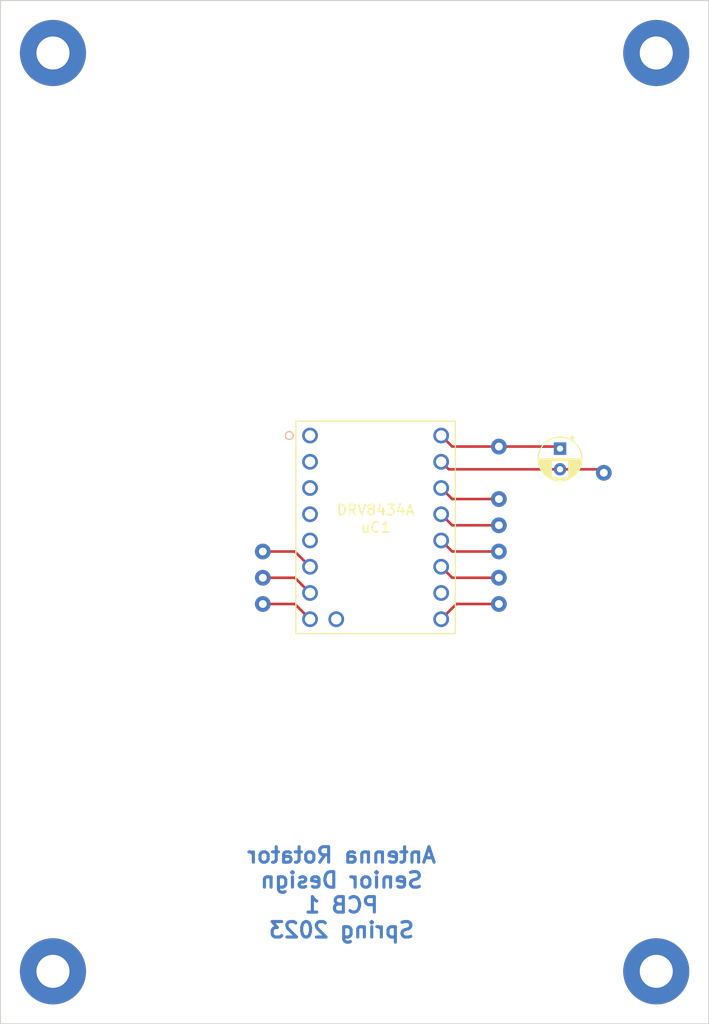
<source format=kicad_pcb>
(kicad_pcb (version 20211014) (generator pcbnew)
  (layers (0 "F.Cu" signal) (31 "B.Cu" signal) (34 "B.Paste" user) (35 "F.Paste" user) (36 "B.SilkS" user "B.Silkscreen") (37 "F.SilkS" user "F.Silkscreen") (38 "B.Mask" user) (39 "F.Mask" user) (44 "Edge.Cuts" user))
  (net 0 "")
  (net 6 "Net-(SLEEP1-Pad1)")
  (net 7 "Net-(STEP1-Pad1)")
  (net 8 "Net-(DIR1-Pad1)")
  (net 10 "Net-(GND_B1-Pad1)")
  (net 12 "Net-(A1-Pad1)")
  (net 13 "Net-(A2-Pad1)")
  (net 14 "Net-(B2-Pad1)")
  (net 15 "Net-(B1-Pad1)")
  (net 16 "Net-(C1-Pad2)")
  (net 17 "Net-(VMOT1-Pad1)")
  (footprint "" (layer "F.Cu") (at 149.86 104.14)
    (fp_text reference "" (at 0 0) (layer "F.SilkS") (effects (font (size 1.27 1.27))))
    (fp_text value "" (at 0 0) (layer "F.SilkS") (effects (font (size 1.27 1.27))))
    (pad "1" thru_hole circle (at 0 0) (size 1.524 1.524) (drill 0.762) (layers *.Cu *.Mask) (net 7 "Net-(STEP1-Pad1)"))
  )
  (footprint "Capacitor_THT:CP_Radial_D4.0mm_P2.00mm" (layer "F.Cu") (at 178.64 91.64 -90)
    (fp_text reference "REF**" hide)
    (fp_text value "100u")
    (fp_line (start 2.081 0.84) (end 2.081 1.785) (layer "F.SilkS") (width 0.12))
    (fp_line (start 1.24 0.84) (end 1.24 2.067) (layer "F.SilkS") (width 0.12))
    (fp_line (start 2.441 0.84) (end 2.441 1.516) (layer "F.SilkS") (width 0.12))
    (fp_line (start 2.601 0.84) (end 2.601 1.351) (layer "F.SilkS") (width 0.12))
    (fp_line (start 2.321 0.84) (end 2.321 1.619) (layer "F.SilkS") (width 0.12))
    (fp_line (start 1.08 -2.079) (end 1.08 2.079) (layer "F.SilkS") (width 0.12))
    (fp_line (start 2.481 -1.478) (end 2.481 -0.84) (layer "F.SilkS") (width 0.12))
    (fp_line (start 1.921 0.84) (end 1.921 1.87) (layer "F.SilkS") (width 0.12))
    (fp_line (start 2.561 -1.396) (end 2.561 -0.84) (layer "F.SilkS") (width 0.12))
    (fp_line (start 2.161 0.84) (end 2.161 1.735) (layer "F.SilkS") (width 0.12))
    (fp_line (start 1.721 0.84) (end 1.721 1.954) (layer "F.SilkS") (width 0.12))
    (fp_line (start 2.401 -1.552) (end 2.401 -0.84) (layer "F.SilkS") (width 0.12))
    (fp_line (start 1 -2.08) (end 1 2.08) (layer "F.SilkS") (width 0.12))
    (fp_line (start 2.961 -0.768) (end 2.961 0.768) (layer "F.SilkS") (width 0.12))
    (fp_line (start 1.64 -1.982) (end 1.64 -0.84) (layer "F.SilkS") (width 0.12))
    (fp_line (start 2.681 0.84) (end 2.681 1.254) (layer "F.SilkS") (width 0.12))
    (fp_line (start 1.04 -2.08) (end 1.04 2.08) (layer "F.SilkS") (width 0.12))
    (fp_line (start 2.401 0.84) (end 2.401 1.552) (layer "F.SilkS") (width 0.12))
    (fp_line (start 2.721 -1.2) (end 2.721 -0.84) (layer "F.SilkS") (width 0.12))
    (fp_line (start 1.721 -1.954) (end 1.721 -0.84) (layer "F.SilkS") (width 0.12))
    (fp_line (start 1.48 0.84) (end 1.48 2.025) (layer "F.SilkS") (width 0.12))
    (fp_line (start 1.36 0.84) (end 1.36 2.05) (layer "F.SilkS") (width 0.12))
    (fp_line (start 2.441 -1.516) (end 2.441 -0.84) (layer "F.SilkS") (width 0.12))
    (fp_line (start 1.52 0.84) (end 1.52 2.016) (layer "F.SilkS") (width 0.12))
    (fp_line (start 1.961 -1.851) (end 1.961 -0.84) (layer "F.SilkS") (width 0.12))
    (fp_line (start 1.28 -2.062) (end 1.28 -0.84) (layer "F.SilkS") (width 0.12))
    (fp_line (start 2.761 -1.142) (end 2.761 -0.84) (layer "F.SilkS") (width 0.12))
    (fp_line (start 2.241 -1.68) (end 2.241 -0.84) (layer "F.SilkS") (width 0.12))
    (fp_line (start -1.269801 -1.195) (end -0.869801 -1.195) (layer "F.SilkS") (width 0.12))
    (fp_line (start 1.56 -2.005) (end 1.56 -0.84) (layer "F.SilkS") (width 0.12))
    (fp_line (start 2.201 0.84) (end 2.201 1.708) (layer "F.SilkS") (width 0.12))
    (fp_line (start 2.841 -1.013) (end 2.841 1.013) (layer "F.SilkS") (width 0.12))
    (fp_line (start 2.721 0.84) (end 2.721 1.2) (layer "F.SilkS") (width 0.12))
    (fp_line (start 1.4 0.84) (end 1.4 2.042) (layer "F.SilkS") (width 0.12))
    (fp_line (start 1.2 -2.071) (end 1.2 -0.84) (layer "F.SilkS") (width 0.12))
    (fp_line (start 1.44 -2.034) (end 1.44 -0.84) (layer "F.SilkS") (width 0.12))
    (fp_line (start 1.6 0.84) (end 1.6 1.994) (layer "F.SilkS") (width 0.12))
    (fp_line (start 2.641 0.84) (end 2.641 1.304) (layer "F.SilkS") (width 0.12))
    (fp_line (start 2.081 -1.785) (end 2.081 -0.84) (layer "F.SilkS") (width 0.12))
    (fp_line (start 1.2 0.84) (end 1.2 2.071) (layer "F.SilkS") (width 0.12))
    (fp_line (start 3.041 -0.537) (end 3.041 0.537) (layer "F.SilkS") (width 0.12))
    (fp_line (start 2.521 -1.438) (end 2.521 -0.84) (layer "F.SilkS") (width 0.12))
    (fp_line (start 2.881 -0.94) (end 2.881 0.94) (layer "F.SilkS") (width 0.12))
    (fp_line (start 1.44 0.84) (end 1.44 2.034) (layer "F.SilkS") (width 0.12))
    (fp_line (start 1.4 -2.042) (end 1.4 -0.84) (layer "F.SilkS") (width 0.12))
    (fp_line (start 2.121 -1.76) (end 2.121 -0.84) (layer "F.SilkS") (width 0.12))
    (fp_line (start 1.881 -1.889) (end 1.881 -0.84) (layer "F.SilkS") (width 0.12))
    (fp_line (start 2.521 0.84) (end 2.521 1.438) (layer "F.SilkS") (width 0.12))
    (fp_line (start 2.001 0.84) (end 2.001 1.83) (layer "F.SilkS") (width 0.12))
    (fp_line (start 1.921 -1.87) (end 1.921 -0.84) (layer "F.SilkS") (width 0.12))
    (fp_line (start 2.201 -1.708) (end 2.201 -0.84) (layer "F.SilkS") (width 0.12))
    (fp_line (start 2.321 -1.619) (end 2.321 -0.84) (layer "F.SilkS") (width 0.12))
    (fp_line (start 1.801 -1.924) (end 1.801 -0.84) (layer "F.SilkS") (width 0.12))
    (fp_line (start 1.28 0.84) (end 1.28 2.062) (layer "F.SilkS") (width 0.12))
    (fp_line (start 1.32 0.84) (end 1.32 2.056) (layer "F.SilkS") (width 0.12))
    (fp_line (start 2.921 -0.859) (end 2.921 0.859) (layer "F.SilkS") (width 0.12))
    (fp_line (start 3.081 -0.37) (end 3.081 0.37) (layer "F.SilkS") (width 0.12))
    (fp_line (start 2.281 -1.65) (end 2.281 -0.84) (layer "F.SilkS") (width 0.12))
    (fp_line (start 2.361 -1.587) (end 2.361 -0.84) (layer "F.SilkS") (width 0.12))
    (fp_line (start 2.361 0.84) (end 2.361 1.587) (layer "F.SilkS") (width 0.12))
    (fp_line (start 2.041 0.84) (end 2.041 1.808) (layer "F.SilkS") (width 0.12))
    (fp_line (start 2.801 -1.08) (end 2.801 -0.84) (layer "F.SilkS") (width 0.12))
    (fp_line (start 1.36 -2.05) (end 1.36 -0.84) (layer "F.SilkS") (width 0.12))
    (fp_line (start 2.681 -1.254) (end 2.681 -0.84) (layer "F.SilkS") (width 0.12))
    (fp_line (start -1.069801 -1.395) (end -1.069801 -0.995) (layer "F.SilkS") (width 0.12))
    (fp_line (start 2.601 -1.351) (end 2.601 -0.84) (layer "F.SilkS") (width 0.12))
    (fp_line (start 1.68 0.84) (end 1.68 1.968) (layer "F.SilkS") (width 0.12))
    (fp_line (start 2.161 -1.735) (end 2.161 -0.84) (layer "F.SilkS") (width 0.12))
    (fp_line (start 2.001 -1.83) (end 2.001 -0.84) (layer "F.SilkS") (width 0.12))
    (fp_line (start 1.801 0.84) (end 1.801 1.924) (layer "F.SilkS") (width 0.12))
    (fp_line (start 2.761 0.84) (end 2.761 1.142) (layer "F.SilkS") (width 0.12))
    (fp_line (start 2.041 -1.808) (end 2.041 -0.84) (layer "F.SilkS") (width 0.12))
    (fp_line (start 1.6 -1.994) (end 1.6 -0.84) (layer "F.SilkS") (width 0.12))
    (fp_line (start 1.841 0.84) (end 1.841 1.907) (layer "F.SilkS") (width 0.12))
    (fp_line (start 1.16 -2.074) (end 1.16 2.074) (layer "F.SilkS") (width 0.12))
    (fp_line (start 1.48 -2.025) (end 1.48 -0.84) (layer "F.SilkS") (width 0.12))
    (fp_line (start 1.761 -1.94) (end 1.761 -0.84) (layer "F.SilkS") (width 0.12))
    (fp_line (start 2.641 -1.304) (end 2.641 -0.84) (layer "F.SilkS") (width 0.12))
    (fp_line (start 3.001 -0.664) (end 3.001 0.664) (layer "F.SilkS") (width 0.12))
    (fp_line (start 2.481 0.84) (end 2.481 1.478) (layer "F.SilkS") (width 0.12))
    (fp_line (start 1.56 0.84) (end 1.56 2.005) (layer "F.SilkS") (width 0.12))
    (fp_line (start 1.32 -2.056) (end 1.32 -0.84) (layer "F.SilkS") (width 0.12))
    (fp_line (start 1.841 -1.907) (end 1.841 -0.84) (layer "F.SilkS") (width 0.12))
    (fp_line (start 2.281 0.84) (end 2.281 1.65) (layer "F.SilkS") (width 0.12))
    (fp_line (start 2.561 0.84) (end 2.561 1.396) (layer "F.SilkS") (width 0.12))
    (fp_line (start 1.68 -1.968) (end 1.68 -0.84) (layer "F.SilkS") (width 0.12))
    (fp_line (start 1.961 0.84) (end 1.961 1.851) (layer "F.SilkS") (width 0.12))
    (fp_line (start 1.12 -2.077) (end 1.12 2.077) (layer "F.SilkS") (width 0.12))
    (fp_line (start 1.24 -2.067) (end 1.24 -0.84) (layer "F.SilkS") (width 0.12))
    (fp_line (start 2.241 0.84) (end 2.241 1.68) (layer "F.SilkS") (width 0.12))
    (fp_line (start 2.801 0.84) (end 2.801 1.08) (layer "F.SilkS") (width 0.12))
    (fp_line (start 1.881 0.84) (end 1.881 1.889) (layer "F.SilkS") (width 0.12))
    (fp_line (start 1.52 -2.016) (end 1.52 -0.84) (layer "F.SilkS") (width 0.12))
    (fp_line (start 1.761 0.84) (end 1.761 1.94) (layer "F.SilkS") (width 0.12))
    (fp_line (start 1.64 0.84) (end 1.64 1.982) (layer "F.SilkS") (width 0.12))
    (fp_line (start 2.121 0.84) (end 2.121 1.76) (layer "F.SilkS") (width 0.12))
    (fp_circle (center 1 0) (end 3.12 0) (layer "F.SilkS") (width 0.12) (fill none))
    (pad "1" thru_hole rect (at 0 0 270) (size 1.2 1.2) (drill 0.6) (layers *.Cu *.Mask) (net 17 "Net-(VMOT1-Pad1)"))
    (pad "2" thru_hole circle (at 2 0 270) (size 1.2 1.2) (drill 0.6) (layers *.Cu *.Mask) (net 16 "Net-(C1-Pad2)"))
  )
  (footprint "Senior_Design:DRV8434A STEPPER MOTOR DRIVER CARRIER" (layer "F.Cu") (at 154.432 90.373)
    (fp_text reference "uC1" (at 6.35 8.89) (layer "F.SilkS"))
    (fp_text value "DRV8434A" (at 6.35 7.214) (layer "F.SilkS"))
    (fp_circle (center -2.0066 0) (end -1.6256 0) (layer "B.SilkS") (width 0.12) (fill none))
    (fp_line (start 14.0716 -1.3843) (end -1.3716 -1.3843) (layer "F.SilkS") (width 0.12))
    (fp_line (start -1.3716 -1.3843) (end -1.3716 19.1643) (layer "F.SilkS") (width 0.12))
    (fp_line (start -1.3716 19.1643) (end 14.0716 19.1643) (layer "F.SilkS") (width 0.12))
    (fp_line (start 14.0716 19.1643) (end 14.0716 -1.3843) (layer "F.SilkS") (width 0.12))
    (fp_circle (center -2.0066 0) (end -1.6256 0) (layer "F.SilkS") (width 0.12) (fill none))
    (pad "1" thru_hole circle (at 0 0) (size 1.524 1.524) (drill 1.016) (layers *.Cu *.Mask))
    (pad "2" thru_hole circle (at 0 2.54) (size 1.524 1.524) (drill 1.016) (layers *.Cu *.Mask))
    (pad "3" thru_hole circle (at 0 5.08) (size 1.524 1.524) (drill 1.016) (layers *.Cu *.Mask))
    (pad "4" thru_hole circle (at 0 7.62) (size 1.524 1.524) (drill 1.016) (layers *.Cu *.Mask))
    (pad "5" thru_hole circle (at 0 10.16) (size 1.524 1.524) (drill 1.016) (layers *.Cu *.Mask))
    (pad "6" thru_hole circle (at 0 12.7) (size 1.524 1.524) (drill 1.016) (layers *.Cu *.Mask) (net 6 "Net-(SLEEP1-Pad1)"))
    (pad "7" thru_hole circle (at 0 15.24) (size 1.524 1.524) (drill 1.016) (layers *.Cu *.Mask) (net 7 "Net-(STEP1-Pad1)"))
    (pad "8" thru_hole circle (at 0 17.78) (size 1.524 1.524) (drill 1.016) (layers *.Cu *.Mask) (net 8 "Net-(DIR1-Pad1)"))
    (pad "9" thru_hole circle (at 2.54 17.78) (size 1.524 1.524) (drill 1.016) (layers *.Cu *.Mask))
    (pad "10" thru_hole circle (at 12.7 17.78) (size 1.524 1.524) (drill 1.016) (layers *.Cu *.Mask) (net 10 "Net-(GND_B1-Pad1)"))
    (pad "11" thru_hole circle (at 12.7 15.24) (size 1.524 1.524) (drill 1.016) (layers *.Cu *.Mask))
    (pad "12" thru_hole circle (at 12.7 12.7) (size 1.524 1.524) (drill 1.016) (layers *.Cu *.Mask) (net 12 "Net-(A1-Pad1)"))
    (pad "13" thru_hole circle (at 12.7 10.16) (size 1.524 1.524) (drill 1.016) (layers *.Cu *.Mask) (net 13 "Net-(A2-Pad1)"))
    (pad "14" thru_hole circle (at 12.7 7.62) (size 1.524 1.524) (drill 1.016) (layers *.Cu *.Mask) (net 14 "Net-(B2-Pad1)"))
    (pad "15" thru_hole circle (at 12.7 5.08) (size 1.524 1.524) (drill 1.016) (layers *.Cu *.Mask) (net 15 "Net-(B1-Pad1)"))
    (pad "16" thru_hole circle (at 12.7 2.54) (size 1.524 1.524) (drill 1.016) (layers *.Cu *.Mask) (net 16 "Net-(C1-Pad2)"))
    (pad "17" thru_hole circle (at 12.7 0) (size 1.524 1.524) (drill 1.016) (layers *.Cu *.Mask) (net 17 "Net-(VMOT1-Pad1)"))
  )
  (footprint "" (layer "F.Cu") (at 172.72 96.52)
    (fp_text reference "" (at 0 0) (layer "F.SilkS") (effects (font (size 1.27 1.27))))
    (fp_text value "" (at 0 0) (layer "F.SilkS") (effects (font (size 1.27 1.27))))
    (pad "1" thru_hole circle (at 0 0) (size 1.524 1.524) (drill 0.762) (layers *.Cu *.Mask) (net 15 "Net-(B1-Pad1)"))
  )
  (footprint "" (layer "F.Cu") (at 172.72 99.06)
    (fp_text reference "" (at 0 0) (layer "F.SilkS") (effects (font (size 1.27 1.27))))
    (fp_text value "" (at 0 0) (layer "F.SilkS") (effects (font (size 1.27 1.27))))
    (pad "1" thru_hole circle (at 0 0) (size 1.524 1.524) (drill 0.762) (layers *.Cu *.Mask) (net 14 "Net-(B2-Pad1)"))
  )
  (footprint "MountingHole:MountingHole_3.2mm_M3_Pad" (layer "F.Cu") (at 187.96 142.24)
    (fp_text reference "REF**" hide)
    (fp_text value "MountingHole_3.2mm_M3_Pad" hide)
    (pad "1" thru_hole circle (at 0 0) (size 6.4 6.4) (drill 3.2) (layers F&B.Cu *.Mask))
  )
  (footprint "" (layer "F.Cu") (at 172.72 101.6)
    (fp_text reference "" (at 0 0) (layer "F.SilkS") (effects (font (size 1.27 1.27))))
    (fp_text value "" (at 0 0) (layer "F.SilkS") (effects (font (size 1.27 1.27))))
    (pad "1" thru_hole circle (at 0 0) (size 1.524 1.524) (drill 0.762) (layers *.Cu *.Mask) (net 13 "Net-(A2-Pad1)"))
  )
  (footprint "" (layer "F.Cu") (at 149.86 101.6)
    (fp_text reference "" (at 0 0) (layer "F.SilkS") (effects (font (size 1.27 1.27))))
    (fp_text value "" (at 0 0) (layer "F.SilkS") (effects (font (size 1.27 1.27))))
    (pad "1" thru_hole circle (at 0 0) (size 1.524 1.524) (drill 0.762) (layers *.Cu *.Mask) (net 6 "Net-(SLEEP1-Pad1)"))
  )
  (footprint "" (layer "F.Cu") (at 172.72 106.68)
    (fp_text reference "" (at 0 0) (layer "F.SilkS") (effects (font (size 1.27 1.27))))
    (fp_text value "" (at 0 0) (layer "F.SilkS") (effects (font (size 1.27 1.27))))
    (pad "1" thru_hole circle (at 0 0) (size 1.524 1.524) (drill 0.762) (layers *.Cu *.Mask) (net 10 "Net-(GND_B1-Pad1)"))
  )
  (footprint "" (layer "F.Cu") (at 172.72 104.14)
    (fp_text reference "" (at 0 0) (layer "F.SilkS") (effects (font (size 1.27 1.27))))
    (fp_text value "" (at 0 0) (layer "F.SilkS") (effects (font (size 1.27 1.27))))
    (pad "1" thru_hole circle (at 0 0) (size 1.524 1.524) (drill 0.762) (layers *.Cu *.Mask) (net 12 "Net-(A1-Pad1)"))
  )
  (footprint "" (layer "F.Cu") (at 182.88 93.98)
    (fp_text reference "" (at 0 0) (layer "F.SilkS") (effects (font (size 1.27 1.27))))
    (fp_text value "" (at 0 0) (layer "F.SilkS") (effects (font (size 1.27 1.27))))
    (pad "1" thru_hole circle (at 0 0) (size 1.524 1.524) (drill 0.762) (layers *.Cu *.Mask) (net 16 "Net-(C1-Pad2)"))
  )
  (footprint "" (layer "F.Cu") (at 172.72 91.44)
    (fp_text reference "" (at 0 0) (layer "F.SilkS") (effects (font (size 1.27 1.27))))
    (fp_text value "" (at 0 0) (layer "F.SilkS") (effects (font (size 1.27 1.27))))
    (pad "1" thru_hole circle (at 0 0) (size 1.524 1.524) (drill 0.762) (layers *.Cu *.Mask) (net 17 "Net-(VMOT1-Pad1)"))
  )
  (footprint "MountingHole:MountingHole_3.2mm_M3_Pad" (layer "F.Cu") (at 187.96 53.34)
    (fp_text reference "REF**" hide)
    (fp_text value "MountingHole_3.2mm_M3_Pad" hide)
    (pad "1" thru_hole circle (at 0 0) (size 6.4 6.4) (drill 3.2) (layers F&B.Cu *.Mask))
  )
  (footprint "MountingHole:MountingHole_3.2mm_M3_Pad" (layer "F.Cu") (at 129.54 142.24)
    (fp_text reference "REF**" hide)
    (fp_text value "MountingHole_3.2mm_M3_Pad" hide)
    (pad "1" thru_hole circle (at 0 0) (size 6.4 6.4) (drill 3.2) (layers F&B.Cu *.Mask))
  )
  (footprint "MountingHole:MountingHole_3.2mm_M3_Pad" (layer "F.Cu") (at 129.54 53.34)
    (fp_text reference "REF**" hide)
    (fp_text value "MountingHole_3.2mm_M3_Pad" hide)
    (pad "1" thru_hole circle (at 0 0) (size 6.4 6.4) (drill 3.2) (layers *.Cu *.Mask))
  )
  (footprint "" (layer "F.Cu") (at 149.86 106.68)
    (fp_text reference "" (at 0 0) (layer "F.SilkS") (effects (font (size 1.27 1.27))))
    (fp_text value "" (at 0 0) (layer "F.SilkS") (effects (font (size 1.27 1.27))))
    (pad "1" thru_hole circle (at 0 0) (size 1.524 1.524) (drill 0.762) (layers *.Cu *.Mask) (net 8 "Net-(DIR1-Pad1)"))
  )
  (gr_line (start 193.04 147.32) (end 124.46 147.32) (layer "Edge.Cuts") (width 0.1))
  (gr_line (start 124.46 147.32) (end 124.46 48.26) (layer "Edge.Cuts") (width 0.1))
  (gr_line (start 124.46 48.26) (end 193.04 48.26) (layer "Edge.Cuts") (width 0.1))
  (gr_line (start 193.04 48.26) (end 193.04 147.32) (layer "Edge.Cuts") (width 0.1))
  (gr_text "Antenna Rotator\nSenior Design\nPCB 1\nSpring 2023" (at 157.48 134.62) (layer "B.Cu") (effects (font (size 1.5 1.5) (thickness 0.3)) (justify mirror)))
  (segment (start 149.86 101.6) (end 152.959 101.6) (width 0.25) (layer "F.Cu") (net 6))
  (segment (start 152.959 101.6) (end 154.432 103.073) (width 0.25) (layer "F.Cu") (net 6))
  (segment (start 149.86 104.14) (end 152.959 104.14) (width 0.25) (layer "F.Cu") (net 7))
  (segment (start 152.959 104.14) (end 154.432 105.613) (width 0.25) (layer "F.Cu") (net 7))
  (segment (start 152.959 106.68) (end 154.432 108.153) (width 0.25) (layer "F.Cu") (net 8))
  (segment (start 149.86 106.68) (end 152.959 106.68) (width 0.25) (layer "F.Cu") (net 8))
  (segment (start 168.605 106.68) (end 167.132 108.153) (width 0.25) (layer "F.Cu") (net 10))
  (segment (start 172.72 106.68) (end 168.605 106.68) (width 0.25) (layer "F.Cu") (net 10))
  (segment (start 172.72 104.14) (end 168.199 104.14) (width 0.25) (layer "F.Cu") (net 12))
  (segment (start 168.199 104.14) (end 167.132 103.073) (width 0.25) (layer "F.Cu") (net 12))
  (segment (start 172.72 101.6) (end 168.199 101.6) (width 0.25) (layer "F.Cu") (net 13))
  (segment (start 168.199 101.6) (end 167.132 100.533) (width 0.25) (layer "F.Cu") (net 13))
  (segment (start 168.199 99.06) (end 167.132 97.993) (width 0.25) (layer "F.Cu") (net 14))
  (segment (start 172.72 99.06) (end 168.199 99.06) (width 0.25) (layer "F.Cu") (net 14))
  (segment (start 172.72 96.52) (end 168.199 96.52) (width 0.25) (layer "F.Cu") (net 15))
  (segment (start 168.199 96.52) (end 167.132 95.453) (width 0.25) (layer "F.Cu") (net 15))
  (segment (start 167.859 93.64) (end 167.132 92.913) (width 0.25) (layer "F.Cu") (net 16))
  (segment (start 178.64 93.64) (end 167.859 93.64) (width 0.25) (layer "F.Cu") (net 16))
  (segment (start 182.54 93.64) (end 182.88 93.98) (width 0.25) (layer "F.Cu") (net 16))
  (segment (start 178.64 93.64) (end 182.54 93.64) (width 0.25) (layer "F.Cu") (net 16))
  (segment (start 172.72 91.44) (end 168.199 91.44) (width 0.25) (layer "F.Cu") (net 17))
  (segment (start 168.199 91.44) (end 167.132 90.373) (width 0.25) (layer "F.Cu") (net 17))
  (segment (start 178.44 91.44) (end 178.64 91.64) (width 0.25) (layer "F.Cu") (net 17))
  (segment (start 172.72 91.44) (end 178.44 91.44) (width 0.25) (layer "F.Cu") (net 17))
)
</source>
